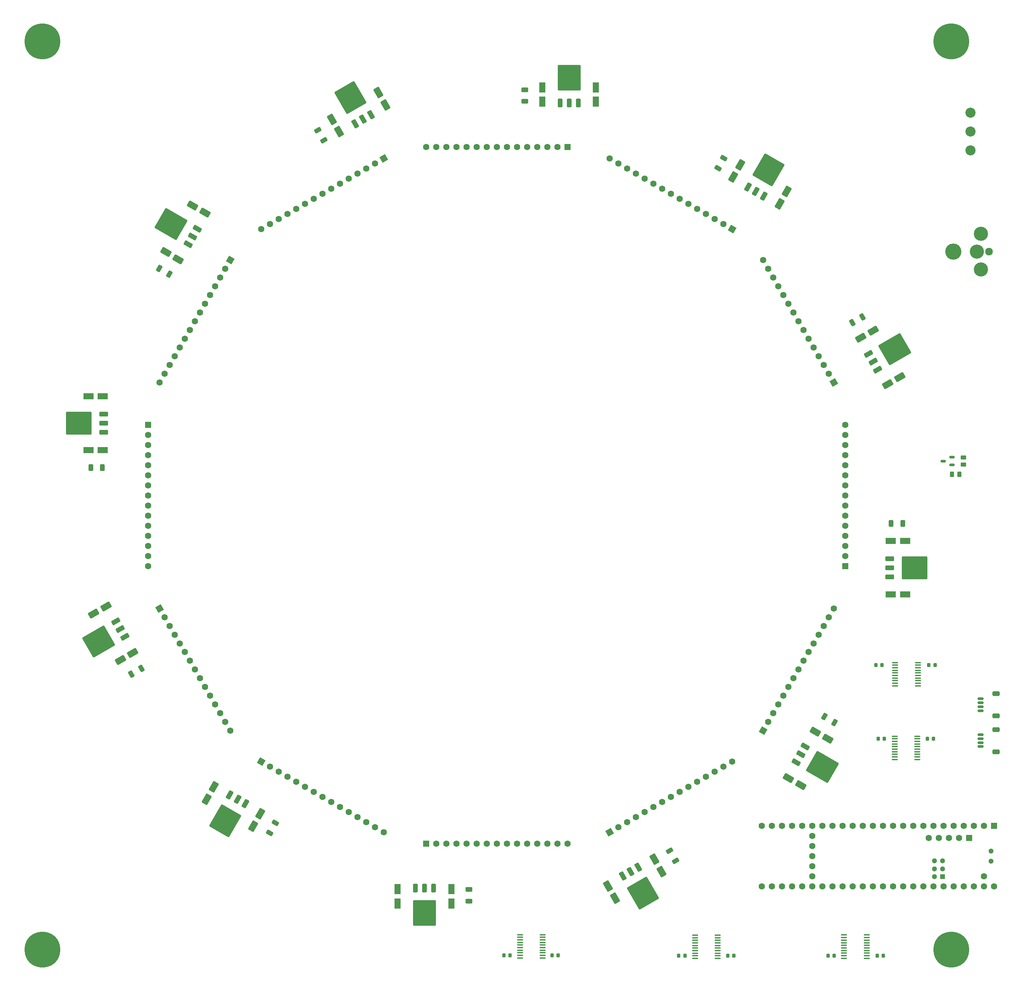
<source format=gts>
%TF.GenerationSoftware,KiCad,Pcbnew,7.0.8-7.0.8~ubuntu22.04.1*%
%TF.CreationDate,2024-02-09T15:05:28-08:00*%
%TF.ProjectId,teensy_arena_12-12,7465656e-7379-45f6-9172-656e615f3132,rev?*%
%TF.SameCoordinates,Original*%
%TF.FileFunction,Soldermask,Top*%
%TF.FilePolarity,Negative*%
%FSLAX46Y46*%
G04 Gerber Fmt 4.6, Leading zero omitted, Abs format (unit mm)*
G04 Created by KiCad (PCBNEW 7.0.8-7.0.8~ubuntu22.04.1) date 2024-02-09 15:05:28*
%MOMM*%
%LPD*%
G01*
G04 APERTURE LIST*
G04 Aperture macros list*
%AMRoundRect*
0 Rectangle with rounded corners*
0 $1 Rounding radius*
0 $2 $3 $4 $5 $6 $7 $8 $9 X,Y pos of 4 corners*
0 Add a 4 corners polygon primitive as box body*
4,1,4,$2,$3,$4,$5,$6,$7,$8,$9,$2,$3,0*
0 Add four circle primitives for the rounded corners*
1,1,$1+$1,$2,$3*
1,1,$1+$1,$4,$5*
1,1,$1+$1,$6,$7*
1,1,$1+$1,$8,$9*
0 Add four rect primitives between the rounded corners*
20,1,$1+$1,$2,$3,$4,$5,0*
20,1,$1+$1,$4,$5,$6,$7,0*
20,1,$1+$1,$6,$7,$8,$9,0*
20,1,$1+$1,$8,$9,$2,$3,0*%
%AMRotRect*
0 Rectangle, with rotation*
0 The origin of the aperture is its center*
0 $1 length*
0 $2 width*
0 $3 Rotation angle, in degrees counterclockwise*
0 Add horizontal line*
21,1,$1,$2,0,0,$3*%
G04 Aperture macros list end*
%ADD10RoundRect,0.250000X0.583133X0.385016X0.041867X0.697516X-0.583133X-0.385016X-0.041867X-0.697516X0*%
%ADD11RoundRect,0.250000X0.697516X0.041867X0.385016X0.583133X-0.697516X-0.041867X-0.385016X-0.583133X0*%
%ADD12RoundRect,0.250000X0.625000X-0.312500X0.625000X0.312500X-0.625000X0.312500X-0.625000X-0.312500X0*%
%ADD13RoundRect,0.250000X0.385016X-0.583133X0.697516X-0.041867X-0.385016X0.583133X-0.697516X0.041867X0*%
%ADD14RoundRect,0.250000X0.041867X-0.697516X0.583133X-0.385016X-0.041867X0.697516X-0.583133X0.385016X0*%
%ADD15RoundRect,0.250000X-0.312500X-0.625000X0.312500X-0.625000X0.312500X0.625000X-0.312500X0.625000X0*%
%ADD16RoundRect,0.250000X-0.583133X-0.385016X-0.041867X-0.697516X0.583133X0.385016X0.041867X0.697516X0*%
%ADD17RoundRect,0.250000X-0.697516X-0.041867X-0.385016X-0.583133X0.697516X0.041867X0.385016X0.583133X0*%
%ADD18RoundRect,0.250000X-0.625000X0.312500X-0.625000X-0.312500X0.625000X-0.312500X0.625000X0.312500X0*%
%ADD19RoundRect,0.250000X-0.385016X0.583133X-0.697516X0.041867X0.385016X-0.583133X0.697516X-0.041867X0*%
%ADD20RoundRect,0.250000X-0.041867X0.697516X-0.583133X0.385016X0.041867X-0.697516X0.583133X-0.385016X0*%
%ADD21RoundRect,0.250000X0.312500X0.625000X-0.312500X0.625000X-0.312500X-0.625000X0.312500X-0.625000X0*%
%ADD22RoundRect,0.250000X1.184327X-0.048686X-0.634327X1.001314X-1.184327X0.048686X0.634327X-1.001314X0*%
%ADD23RoundRect,0.250000X-0.350000X0.850000X-0.350000X-0.850000X0.350000X-0.850000X0.350000X0.850000X0*%
%ADD24RoundRect,0.249997X-2.650003X2.950003X-2.650003X-2.950003X2.650003X-2.950003X2.650003X2.950003X0*%
%ADD25RoundRect,0.225000X0.225000X0.250000X-0.225000X0.250000X-0.225000X-0.250000X0.225000X-0.250000X0*%
%ADD26C,9.000000*%
%ADD27R,1.600000X1.600000*%
%ADD28C,1.600000*%
%ADD29RotRect,1.600000X1.600000X60.000000*%
%ADD30RoundRect,0.250000X-1.050000X-0.550000X1.050000X-0.550000X1.050000X0.550000X-1.050000X0.550000X0*%
%ADD31RoundRect,0.250000X1.001314X-0.634327X-0.048686X1.184327X-1.001314X0.634327X0.048686X-1.184327X0*%
%ADD32C,2.540000*%
%ADD33RoundRect,0.100000X0.637500X0.100000X-0.637500X0.100000X-0.637500X-0.100000X0.637500X-0.100000X0*%
%ADD34RoundRect,0.250000X0.048686X1.184327X-1.001314X-0.634327X-0.048686X-1.184327X1.001314X0.634327X0*%
%ADD35RoundRect,0.100000X-0.637500X-0.100000X0.637500X-0.100000X0.637500X0.100000X-0.637500X0.100000X0*%
%ADD36RotRect,1.600000X1.600000X330.000000*%
%ADD37RoundRect,0.250000X-0.850000X-0.350000X0.850000X-0.350000X0.850000X0.350000X-0.850000X0.350000X0*%
%ADD38RoundRect,0.249997X-2.950003X-2.650003X2.950003X-2.650003X2.950003X2.650003X-2.950003X2.650003X0*%
%ADD39RotRect,1.600000X1.600000X30.000000*%
%ADD40RoundRect,0.250000X0.634327X1.001314X-1.184327X-0.048686X-0.634327X-1.001314X1.184327X0.048686X0*%
%ADD41RoundRect,0.225000X-0.225000X-0.250000X0.225000X-0.250000X0.225000X0.250000X-0.225000X0.250000X0*%
%ADD42RoundRect,0.150000X0.625000X-0.150000X0.625000X0.150000X-0.625000X0.150000X-0.625000X-0.150000X0*%
%ADD43RoundRect,0.250000X0.650000X-0.350000X0.650000X0.350000X-0.650000X0.350000X-0.650000X-0.350000X0*%
%ADD44RoundRect,0.250000X-1.184327X0.048686X0.634327X-1.001314X1.184327X-0.048686X-0.634327X1.001314X0*%
%ADD45RoundRect,0.250000X-0.634327X-1.001314X1.184327X0.048686X0.634327X1.001314X-1.184327X-0.048686X0*%
%ADD46RoundRect,0.250000X-0.728109X0.561122X0.121891X-0.911122X0.728109X-0.561122X-0.121891X0.911122X0*%
%ADD47RoundRect,0.249997X-3.769971X1.229776X-0.819968X-3.879779X3.769971X-1.229776X0.819968X3.879779X0*%
%ADD48RoundRect,0.250000X0.850000X0.350000X-0.850000X0.350000X-0.850000X-0.350000X0.850000X-0.350000X0*%
%ADD49RoundRect,0.249997X2.950003X2.650003X-2.950003X2.650003X-2.950003X-2.650003X2.950003X-2.650003X0*%
%ADD50RoundRect,0.250000X-0.121891X-0.911122X0.728109X0.561122X0.121891X0.911122X-0.728109X-0.561122X0*%
%ADD51RoundRect,0.249997X0.819968X-3.879779X3.769971X1.229776X-0.819968X3.879779X-3.769971X-1.229776X0*%
%ADD52RoundRect,0.150000X0.512500X0.150000X-0.512500X0.150000X-0.512500X-0.150000X0.512500X-0.150000X0*%
%ADD53RoundRect,0.250000X-0.550000X1.050000X-0.550000X-1.050000X0.550000X-1.050000X0.550000X1.050000X0*%
%ADD54RoundRect,0.250000X0.561122X0.728109X-0.911122X-0.121891X-0.561122X-0.728109X0.911122X0.121891X0*%
%ADD55RoundRect,0.249997X1.229776X3.769971X-3.879779X0.819968X-1.229776X-3.769971X3.879779X-0.819968X0*%
%ADD56C,3.556000*%
%ADD57C,1.930400*%
%ADD58C,4.064000*%
%ADD59RoundRect,0.250000X0.728109X-0.561122X-0.121891X0.911122X-0.728109X0.561122X0.121891X-0.911122X0*%
%ADD60RoundRect,0.249997X3.769971X-1.229776X0.819968X3.879779X-3.769971X1.229776X-0.819968X-3.879779X0*%
%ADD61RoundRect,0.250000X-1.001314X0.634327X0.048686X-1.184327X1.001314X-0.634327X-0.048686X1.184327X0*%
%ADD62RotRect,1.600000X1.600000X210.000000*%
%ADD63RoundRect,0.250000X-0.262500X-0.450000X0.262500X-0.450000X0.262500X0.450000X-0.262500X0.450000X0*%
%ADD64RoundRect,0.250000X0.911122X-0.121891X-0.561122X0.728109X-0.911122X0.121891X0.561122X-0.728109X0*%
%ADD65RoundRect,0.249997X3.879779X0.819968X-1.229776X3.769971X-3.879779X-0.819968X1.229776X-3.769971X0*%
%ADD66R,1.300000X1.300000*%
%ADD67C,1.300000*%
%ADD68RotRect,1.600000X1.600000X240.000000*%
%ADD69RotRect,1.600000X1.600000X300.000000*%
%ADD70RoundRect,0.250000X1.050000X0.550000X-1.050000X0.550000X-1.050000X-0.550000X1.050000X-0.550000X0*%
%ADD71RoundRect,0.250000X-0.048686X-1.184327X1.001314X0.634327X0.048686X1.184327X-1.001314X-0.634327X0*%
%ADD72RoundRect,0.250000X0.550000X-1.050000X0.550000X1.050000X-0.550000X1.050000X-0.550000X-1.050000X0*%
%ADD73RoundRect,0.250000X-0.911122X0.121891X0.561122X-0.728109X0.911122X-0.121891X-0.561122X0.728109X0*%
%ADD74RoundRect,0.249997X-3.879779X-0.819968X1.229776X-3.769971X3.879779X0.819968X-1.229776X3.769971X0*%
%ADD75RotRect,1.600000X1.600000X120.000000*%
%ADD76RoundRect,0.250000X0.350000X-0.850000X0.350000X0.850000X-0.350000X0.850000X-0.350000X-0.850000X0*%
%ADD77RoundRect,0.249997X2.650003X-2.950003X2.650003X2.950003X-2.650003X2.950003X-2.650003X-2.950003X0*%
%ADD78RotRect,1.600000X1.600000X150.000000*%
%ADD79RoundRect,0.250000X-0.561122X-0.728109X0.911122X0.121891X0.561122X0.728109X-0.911122X-0.121891X0*%
%ADD80RoundRect,0.249997X-1.229776X-3.769971X3.879779X-0.819968X1.229776X3.769971X-3.879779X0.819968X0*%
%ADD81RoundRect,0.250000X-0.450000X0.262500X-0.450000X-0.262500X0.450000X-0.262500X0.450000X0.262500X0*%
%ADD82RoundRect,0.250000X0.121891X0.911122X-0.728109X-0.561122X-0.121891X-0.911122X0.728109X0.561122X0*%
%ADD83RoundRect,0.249997X-0.819968X3.879779X-3.769971X-1.229776X0.819968X-3.879779X3.769971X1.229776X0*%
G04 APERTURE END LIST*
D10*
%TO.C,R14*%
X262719062Y-234940950D03*
X260185938Y-233478450D03*
%TD*%
D11*
%TO.C,R13*%
X222771550Y-269745062D03*
X221309050Y-267211938D03*
%TD*%
D12*
%TO.C,R12*%
X170774000Y-279912500D03*
X170774000Y-276987500D03*
%TD*%
D13*
%TO.C,R11*%
X120659050Y-262719062D03*
X122121550Y-260185938D03*
%TD*%
D14*
%TO.C,R10*%
X85854938Y-222771550D03*
X88388062Y-221309050D03*
%TD*%
D15*
%TO.C,R9*%
X75687500Y-170774000D03*
X78612500Y-170774000D03*
%TD*%
D16*
%TO.C,R8*%
X92880938Y-120659050D03*
X95414062Y-122121550D03*
%TD*%
D17*
%TO.C,R7*%
X132828450Y-85854938D03*
X134290950Y-88388062D03*
%TD*%
D18*
%TO.C,R6*%
X184826000Y-75687500D03*
X184826000Y-78612500D03*
%TD*%
D19*
%TO.C,R5*%
X234940950Y-92880938D03*
X233478450Y-95414062D03*
%TD*%
D20*
%TO.C,R4*%
X267211938Y-134290950D03*
X269745062Y-132828450D03*
%TD*%
D21*
%TO.C,R3*%
X276987500Y-184826000D03*
X279912500Y-184826000D03*
%TD*%
D22*
%TO.C,C21*%
X104438346Y-106658000D03*
X101320654Y-104858000D03*
%TD*%
D23*
%TO.C,U15*%
X161877000Y-276619000D03*
X159597000Y-276619000D03*
D24*
X159597000Y-282919000D03*
D23*
X157317000Y-276619000D03*
%TD*%
D25*
%TO.C,C3*%
X275320000Y-239080000D03*
X273770000Y-239080000D03*
%TD*%
D26*
%TO.C,H1*%
X63500000Y-63500000D03*
%TD*%
D27*
%TO.C,P10*%
X160020000Y-265474000D03*
D28*
X162560000Y-265474000D03*
X165100000Y-265474000D03*
X167640000Y-265474000D03*
X170180000Y-265474000D03*
X172720000Y-265474000D03*
X175260000Y-265474000D03*
X177800000Y-265474000D03*
X180340000Y-265474000D03*
X182880000Y-265474000D03*
X185420000Y-265474000D03*
X187960000Y-265474000D03*
X190500000Y-265474000D03*
X193040000Y-265474000D03*
X195580000Y-265474000D03*
%TD*%
D25*
%TO.C,C6*%
X225130000Y-293684000D03*
X223580000Y-293684000D03*
%TD*%
D29*
%TO.C,P12*%
X244837900Y-237034932D03*
D28*
X246107900Y-234835227D03*
X247377900Y-232635523D03*
X248647900Y-230435818D03*
X249917900Y-228236114D03*
X251187900Y-226036409D03*
X252457900Y-223836705D03*
X253727900Y-221637000D03*
X254997900Y-219437295D03*
X256267900Y-217237591D03*
X257537900Y-215037886D03*
X258807900Y-212838182D03*
X260077900Y-210638477D03*
X261347900Y-208438773D03*
X262617900Y-206239068D03*
%TD*%
D27*
%TO.C,P7*%
X90126000Y-160020000D03*
D28*
X90126000Y-162560000D03*
X90126000Y-165100000D03*
X90126000Y-167640000D03*
X90126000Y-170180000D03*
X90126000Y-172720000D03*
X90126000Y-175260000D03*
X90126000Y-177800000D03*
X90126000Y-180340000D03*
X90126000Y-182880000D03*
X90126000Y-185420000D03*
X90126000Y-187960000D03*
X90126000Y-190500000D03*
X90126000Y-193040000D03*
X90126000Y-195580000D03*
%TD*%
D30*
%TO.C,C24*%
X75096000Y-166370000D03*
X78696000Y-166370000D03*
%TD*%
D31*
%TO.C,C19*%
X149838000Y-79508346D03*
X148038000Y-76390654D03*
%TD*%
D30*
%TO.C,C11*%
X276904000Y-202730000D03*
X280504000Y-202730000D03*
%TD*%
D32*
%TO.C,SW1*%
X296960000Y-90982800D03*
X296960000Y-86233000D03*
X296960000Y-81483200D03*
%TD*%
D33*
%TO.C,U3*%
X233402100Y-294342600D03*
X233402100Y-293692600D03*
X233402100Y-293042600D03*
X233402100Y-292392600D03*
X233402100Y-291742600D03*
X233402100Y-291092600D03*
X233402100Y-290442600D03*
X233402100Y-289792600D03*
X233402100Y-289142600D03*
X233402100Y-288492600D03*
X227677100Y-288492600D03*
X227677100Y-289142600D03*
X227677100Y-289792600D03*
X227677100Y-290442600D03*
X227677100Y-291092600D03*
X227677100Y-291742600D03*
X227677100Y-292392600D03*
X227677100Y-293042600D03*
X227677100Y-293692600D03*
X227677100Y-294342600D03*
%TD*%
D34*
%TO.C,C27*%
X106658000Y-251161654D03*
X104858000Y-254279346D03*
%TD*%
D25*
%TO.C,C8*%
X262687000Y-293654000D03*
X261137000Y-293654000D03*
%TD*%
D35*
%TO.C,U2*%
X277878400Y-238414800D03*
X277878400Y-239064800D03*
X277878400Y-239714800D03*
X277878400Y-240364800D03*
X277878400Y-241014800D03*
X277878400Y-241664800D03*
X277878400Y-242314800D03*
X277878400Y-242964800D03*
X277878400Y-243614800D03*
X277878400Y-244264800D03*
X283603400Y-244264800D03*
X283603400Y-243614800D03*
X283603400Y-242964800D03*
X283603400Y-242314800D03*
X283603400Y-241664800D03*
X283603400Y-241014800D03*
X283603400Y-240364800D03*
X283603400Y-239714800D03*
X283603400Y-239064800D03*
X283603400Y-238414800D03*
%TD*%
D36*
%TO.C,P9*%
X118565068Y-244837900D03*
D28*
X120764773Y-246107900D03*
X122964477Y-247377900D03*
X125164182Y-248647900D03*
X127363886Y-249917900D03*
X129563591Y-251187900D03*
X131763295Y-252457900D03*
X133963000Y-253727900D03*
X136162705Y-254997900D03*
X138362409Y-256267900D03*
X140562114Y-257537900D03*
X142761818Y-258807900D03*
X144961523Y-260077900D03*
X147161227Y-261347900D03*
X149360932Y-262617900D03*
%TD*%
D37*
%TO.C,U6*%
X276619000Y-193723000D03*
X276619000Y-196003000D03*
D38*
X282919000Y-196003000D03*
D37*
X276619000Y-198283000D03*
%TD*%
D39*
%TO.C,P11*%
X206239068Y-262617900D03*
D28*
X208438773Y-261347900D03*
X210638477Y-260077900D03*
X212838182Y-258807900D03*
X215037886Y-257537900D03*
X217237591Y-256267900D03*
X219437295Y-254997900D03*
X221637000Y-253727900D03*
X223836705Y-252457900D03*
X226036409Y-251187900D03*
X228236114Y-249917900D03*
X230435818Y-248647900D03*
X232635523Y-247377900D03*
X234835227Y-246107900D03*
X237034932Y-244837900D03*
%TD*%
D40*
%TO.C,C14*%
X272459346Y-136346700D03*
X269341654Y-138146700D03*
%TD*%
D41*
%TO.C,C9*%
X191729000Y-293604000D03*
X193279000Y-293604000D03*
%TD*%
D42*
%TO.C,J3*%
X299500000Y-232005000D03*
X299500000Y-231005000D03*
X299500000Y-230005000D03*
X299500000Y-229005000D03*
D43*
X303375000Y-233305000D03*
X303375000Y-227705000D03*
%TD*%
D41*
%TO.C,C2*%
X286499000Y-220472000D03*
X288049000Y-220472000D03*
%TD*%
%TO.C,C5*%
X235915000Y-293674000D03*
X237465000Y-293674000D03*
%TD*%
D44*
%TO.C,C22*%
X94570654Y-116549300D03*
X97688346Y-118349300D03*
%TD*%
D25*
%TO.C,C10*%
X181129000Y-293564000D03*
X179579000Y-293564000D03*
%TD*%
D34*
%TO.C,C16*%
X239050700Y-94570654D03*
X237250700Y-97688346D03*
%TD*%
D45*
%TO.C,C26*%
X83140654Y-219253300D03*
X86258346Y-217453300D03*
%TD*%
D46*
%TO.C,U16*%
X213419838Y-271341332D03*
X211445300Y-272481332D03*
D47*
X214595300Y-277937292D03*
D46*
X209470762Y-273621332D03*
%TD*%
D48*
%TO.C,U12*%
X78981000Y-161877000D03*
X78981000Y-159597000D03*
D49*
X72681000Y-159597000D03*
D48*
X78981000Y-157317000D03*
%TD*%
D50*
%TO.C,U8*%
X240999262Y-100181668D03*
X242973800Y-101321668D03*
D51*
X246123800Y-95865708D03*
D50*
X244948338Y-102461668D03*
%TD*%
D26*
%TO.C,H3*%
X292100000Y-292100000D03*
%TD*%
D35*
%TO.C,U1*%
X277993000Y-219874000D03*
X277993000Y-220524000D03*
X277993000Y-221174000D03*
X277993000Y-221824000D03*
X277993000Y-222474000D03*
X277993000Y-223124000D03*
X277993000Y-223774000D03*
X277993000Y-224424000D03*
X277993000Y-225074000D03*
X277993000Y-225724000D03*
X283718000Y-225724000D03*
X283718000Y-225074000D03*
X283718000Y-224424000D03*
X283718000Y-223774000D03*
X283718000Y-223124000D03*
X283718000Y-222474000D03*
X283718000Y-221824000D03*
X283718000Y-221174000D03*
X283718000Y-220524000D03*
X283718000Y-219874000D03*
%TD*%
D52*
%TO.C,Q2*%
X292343000Y-170114000D03*
X292343000Y-168214000D03*
X290068000Y-169164000D03*
%TD*%
D26*
%TO.C,H4*%
X63500000Y-292100000D03*
%TD*%
D53*
%TO.C,C29*%
X152870000Y-276904000D03*
X152870000Y-280504000D03*
%TD*%
D54*
%TO.C,U13*%
X84258668Y-213419838D03*
X83118668Y-211445300D03*
D55*
X77662708Y-214595300D03*
D54*
X81978668Y-209470762D03*
%TD*%
D56*
%TO.C,J1*%
X299596200Y-111963200D03*
D57*
X301602800Y-116459000D03*
D56*
X299596200Y-120954800D03*
D58*
X292611200Y-116459000D03*
D56*
X298605600Y-116459000D03*
%TD*%
D59*
%TO.C,U10*%
X142180162Y-84258668D03*
X144154700Y-83118668D03*
D60*
X141004700Y-77662708D03*
D59*
X146129238Y-81978668D03*
%TD*%
D61*
%TO.C,C31*%
X205762000Y-276091654D03*
X207562000Y-279209346D03*
%TD*%
D62*
%TO.C,P5*%
X149360932Y-92982100D03*
D28*
X147161227Y-94252100D03*
X144961523Y-95522100D03*
X142761818Y-96792100D03*
X140562114Y-98062100D03*
X138362409Y-99332100D03*
X136162705Y-100602100D03*
X133963000Y-101872100D03*
X131763295Y-103142100D03*
X129563591Y-104412100D03*
X127363886Y-105682100D03*
X125164182Y-106952100D03*
X122964477Y-108222100D03*
X120764773Y-109492100D03*
X118565068Y-110762100D03*
%TD*%
D33*
%TO.C,U4*%
X270845100Y-294291800D03*
X270845100Y-293641800D03*
X270845100Y-292991800D03*
X270845100Y-292341800D03*
X270845100Y-291691800D03*
X270845100Y-291041800D03*
X270845100Y-290391800D03*
X270845100Y-289741800D03*
X270845100Y-289091800D03*
X270845100Y-288441800D03*
X265120100Y-288441800D03*
X265120100Y-289091800D03*
X265120100Y-289741800D03*
X265120100Y-290391800D03*
X265120100Y-291041800D03*
X265120100Y-291691800D03*
X265120100Y-292341800D03*
X265120100Y-292991800D03*
X265120100Y-293641800D03*
X265120100Y-294291800D03*
%TD*%
D27*
%TO.C,P4*%
X195580000Y-90126000D03*
D28*
X193040000Y-90126000D03*
X190500000Y-90126000D03*
X187960000Y-90126000D03*
X185420000Y-90126000D03*
X182880000Y-90126000D03*
X180340000Y-90126000D03*
X177800000Y-90126000D03*
X175260000Y-90126000D03*
X172720000Y-90126000D03*
X170180000Y-90126000D03*
X167640000Y-90126000D03*
X165100000Y-90126000D03*
X162560000Y-90126000D03*
X160020000Y-90126000D03*
%TD*%
D63*
%TO.C,R1*%
X292307000Y-172466000D03*
X294132000Y-172466000D03*
%TD*%
D31*
%TO.C,C32*%
X219253300Y-272459346D03*
X217453300Y-269341654D03*
%TD*%
D64*
%TO.C,U11*%
X100181668Y-114600738D03*
X101321668Y-112626200D03*
D65*
X95865708Y-109476200D03*
D64*
X102461668Y-110651662D03*
%TD*%
D27*
%TO.C,U18*%
X302895000Y-260985000D03*
D28*
X300355000Y-260985000D03*
X297815000Y-260985000D03*
X295275000Y-260985000D03*
X292735000Y-260985000D03*
X290195000Y-260985000D03*
X287655000Y-260985000D03*
X285115000Y-260985000D03*
X282575000Y-260985000D03*
X280035000Y-260985000D03*
X277495000Y-260985000D03*
X274955000Y-260985000D03*
X272415000Y-260985000D03*
X269875000Y-260985000D03*
X267335000Y-260985000D03*
X264795000Y-260985000D03*
X262255000Y-260985000D03*
X259715000Y-260985000D03*
X257175000Y-260985000D03*
X254635000Y-260985000D03*
X252095000Y-260985000D03*
X249555000Y-260985000D03*
X247015000Y-260985000D03*
X244475000Y-260985000D03*
X244475000Y-276225000D03*
X247015000Y-276225000D03*
X249555000Y-276225000D03*
X252095000Y-276225000D03*
X254635000Y-276225000D03*
X257175000Y-276225000D03*
X259715000Y-276225000D03*
X262255000Y-276225000D03*
X264795000Y-276225000D03*
X267335000Y-276225000D03*
X269875000Y-276225000D03*
X272415000Y-276225000D03*
X274955000Y-276225000D03*
X277495000Y-276225000D03*
X280035000Y-276225000D03*
X282575000Y-276225000D03*
X285115000Y-276225000D03*
X287655000Y-276225000D03*
X290195000Y-276225000D03*
X292735000Y-276225000D03*
X295275000Y-276225000D03*
X297815000Y-276225000D03*
X300355000Y-276225000D03*
X302895000Y-276225000D03*
X300355000Y-273685000D03*
X257175000Y-263525000D03*
X257175000Y-266065000D03*
X257175000Y-268605000D03*
X257175000Y-271145000D03*
X257175000Y-273685000D03*
D27*
X296595800Y-264035800D03*
D28*
X294055800Y-264035800D03*
X291515800Y-264035800D03*
X288975800Y-264035800D03*
X286435800Y-264035800D03*
D66*
X289925000Y-273786600D03*
D67*
X289925000Y-271786600D03*
X289925000Y-269786600D03*
X287925000Y-269786600D03*
X287925000Y-271786600D03*
X287925000Y-273786600D03*
X302165000Y-269875000D03*
X302165000Y-267335000D03*
%TD*%
D53*
%TO.C,C18*%
X189230000Y-75096000D03*
X189230000Y-78696000D03*
%TD*%
D27*
%TO.C,P1*%
X265474000Y-195580000D03*
D28*
X265474000Y-193040000D03*
X265474000Y-190500000D03*
X265474000Y-187960000D03*
X265474000Y-185420000D03*
X265474000Y-182880000D03*
X265474000Y-180340000D03*
X265474000Y-177800000D03*
X265474000Y-175260000D03*
X265474000Y-172720000D03*
X265474000Y-170180000D03*
X265474000Y-167640000D03*
X265474000Y-165100000D03*
X265474000Y-162560000D03*
X265474000Y-160020000D03*
%TD*%
D68*
%TO.C,P6*%
X110762100Y-118565068D03*
D28*
X109492100Y-120764773D03*
X108222100Y-122964477D03*
X106952100Y-125164182D03*
X105682100Y-127363886D03*
X104412100Y-129563591D03*
X103142100Y-131763295D03*
X101872100Y-133963000D03*
X100602100Y-136162705D03*
X99332100Y-138362409D03*
X98062100Y-140562114D03*
X96792100Y-142761818D03*
X95522100Y-144961523D03*
X94252100Y-147161227D03*
X92982100Y-149360932D03*
%TD*%
D69*
%TO.C,P8*%
X92982100Y-206239068D03*
D28*
X94252100Y-208438773D03*
X95522100Y-210638477D03*
X96792100Y-212838182D03*
X98062100Y-215037886D03*
X99332100Y-217237591D03*
X100602100Y-219437295D03*
X101872100Y-221637000D03*
X103142100Y-223836705D03*
X104412100Y-226036409D03*
X105682100Y-228236114D03*
X106952100Y-230435818D03*
X108222100Y-232635523D03*
X109492100Y-234835227D03*
X110762100Y-237034932D03*
%TD*%
D70*
%TO.C,C23*%
X78696000Y-152870000D03*
X75096000Y-152870000D03*
%TD*%
D71*
%TO.C,C28*%
X116549300Y-261029346D03*
X118349300Y-257911654D03*
%TD*%
D40*
%TO.C,C25*%
X79508346Y-205762000D03*
X76390654Y-207562000D03*
%TD*%
D26*
%TO.C,H2*%
X292100000Y-63500000D03*
%TD*%
D41*
%TO.C,C4*%
X286110000Y-239080000D03*
X287660000Y-239080000D03*
%TD*%
D61*
%TO.C,C20*%
X136346700Y-83140654D03*
X138146700Y-86258346D03*
%TD*%
D72*
%TO.C,C30*%
X166370000Y-280504000D03*
X166370000Y-276904000D03*
%TD*%
D41*
%TO.C,C7*%
X273517000Y-293624000D03*
X275067000Y-293624000D03*
%TD*%
D25*
%TO.C,C1*%
X274688600Y-220522800D03*
X273138600Y-220522800D03*
%TD*%
D22*
%TO.C,C34*%
X261029346Y-239050700D03*
X257911654Y-237250700D03*
%TD*%
D71*
%TO.C,C15*%
X248942000Y-104438346D03*
X250742000Y-101320654D03*
%TD*%
D45*
%TO.C,C13*%
X276091654Y-149838000D03*
X279209346Y-148038000D03*
%TD*%
D70*
%TO.C,C12*%
X280504000Y-189230000D03*
X276904000Y-189230000D03*
%TD*%
D73*
%TO.C,U17*%
X255418332Y-240999262D03*
X254278332Y-242973800D03*
D74*
X259734292Y-246123800D03*
D73*
X253138332Y-244948338D03*
%TD*%
D75*
%TO.C,P2*%
X262617900Y-149360932D03*
D28*
X261347900Y-147161227D03*
X260077900Y-144961523D03*
X258807900Y-142761818D03*
X257537900Y-140562114D03*
X256267900Y-138362409D03*
X254997900Y-136162705D03*
X253727900Y-133963000D03*
X252457900Y-131763295D03*
X251187900Y-129563591D03*
X249917900Y-127363886D03*
X248647900Y-125164182D03*
X247377900Y-122964477D03*
X246107900Y-120764773D03*
X244837900Y-118565068D03*
%TD*%
D42*
%TO.C,J2*%
X299500000Y-241016000D03*
X299500000Y-240016000D03*
X299500000Y-239016000D03*
X299500000Y-238016000D03*
D43*
X303375000Y-242316000D03*
X303375000Y-236716000D03*
%TD*%
D76*
%TO.C,U9*%
X193723000Y-78981000D03*
X196003000Y-78981000D03*
D77*
X196003000Y-72681000D03*
D76*
X198283000Y-78981000D03*
%TD*%
D78*
%TO.C,P3*%
X237034932Y-110762100D03*
D28*
X234835227Y-109492100D03*
X232635523Y-108222100D03*
X230435818Y-106952100D03*
X228236114Y-105682100D03*
X226036409Y-104412100D03*
X223836705Y-103142100D03*
X221637000Y-101872100D03*
X219437295Y-100602100D03*
X217237591Y-99332100D03*
X215037886Y-98062100D03*
X212838182Y-96792100D03*
X210638477Y-95522100D03*
X208438773Y-94252100D03*
X206239068Y-92982100D03*
%TD*%
D79*
%TO.C,U7*%
X271341332Y-142180162D03*
X272481332Y-144154700D03*
D80*
X277937292Y-141004700D03*
D79*
X273621332Y-146129238D03*
%TD*%
D33*
%TO.C,U5*%
X189364200Y-294220800D03*
X189364200Y-293570800D03*
X189364200Y-292920800D03*
X189364200Y-292270800D03*
X189364200Y-291620800D03*
X189364200Y-290970800D03*
X189364200Y-290320800D03*
X189364200Y-289670800D03*
X189364200Y-289020800D03*
X189364200Y-288370800D03*
X183639200Y-288370800D03*
X183639200Y-289020800D03*
X183639200Y-289670800D03*
X183639200Y-290320800D03*
X183639200Y-290970800D03*
X183639200Y-291620800D03*
X183639200Y-292270800D03*
X183639200Y-292920800D03*
X183639200Y-293570800D03*
X183639200Y-294220800D03*
%TD*%
D81*
%TO.C,R2*%
X295148000Y-168251500D03*
X295148000Y-170076500D03*
%TD*%
D82*
%TO.C,U14*%
X114600738Y-255418332D03*
X112626200Y-254278332D03*
D83*
X109476200Y-259734292D03*
D82*
X110651662Y-253138332D03*
%TD*%
D44*
%TO.C,C33*%
X251161654Y-248942000D03*
X254279346Y-250742000D03*
%TD*%
D72*
%TO.C,C17*%
X202730000Y-78696000D03*
X202730000Y-75096000D03*
%TD*%
M02*

</source>
